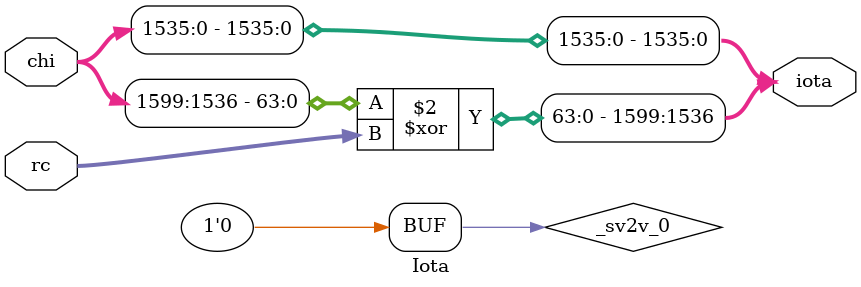
<source format=v>
module Iota (
	rc,
	chi,
	iota
);
	reg _sv2v_0;
	input wire [63:0] rc;
	input wire [1599:0] chi;
	output reg [1599:0] iota;
	always @(*) begin
		if (_sv2v_0)
			;
		iota[1536+:64] = chi[1536+:64] ^ rc;
		iota[1472+:64] = chi[1472+:64];
		iota[1408+:64] = chi[1408+:64];
		iota[1344+:64] = chi[1344+:64];
		iota[1280+:64] = chi[1280+:64];
		iota[1216+:64] = chi[1216+:64];
		iota[1152+:64] = chi[1152+:64];
		iota[1088+:64] = chi[1088+:64];
		iota[1024+:64] = chi[1024+:64];
		iota[960+:64] = chi[960+:64];
		iota[896+:64] = chi[896+:64];
		iota[832+:64] = chi[832+:64];
		iota[768+:64] = chi[768+:64];
		iota[704+:64] = chi[704+:64];
		iota[640+:64] = chi[640+:64];
		iota[576+:64] = chi[576+:64];
		iota[512+:64] = chi[512+:64];
		iota[448+:64] = chi[448+:64];
		iota[384+:64] = chi[384+:64];
		iota[320+:64] = chi[320+:64];
		iota[256+:64] = chi[256+:64];
		iota[192+:64] = chi[192+:64];
		iota[128+:64] = chi[128+:64];
		iota[64+:64] = chi[64+:64];
		iota[0+:64] = chi[0+:64];
	end
	initial _sv2v_0 = 0;
endmodule

</source>
